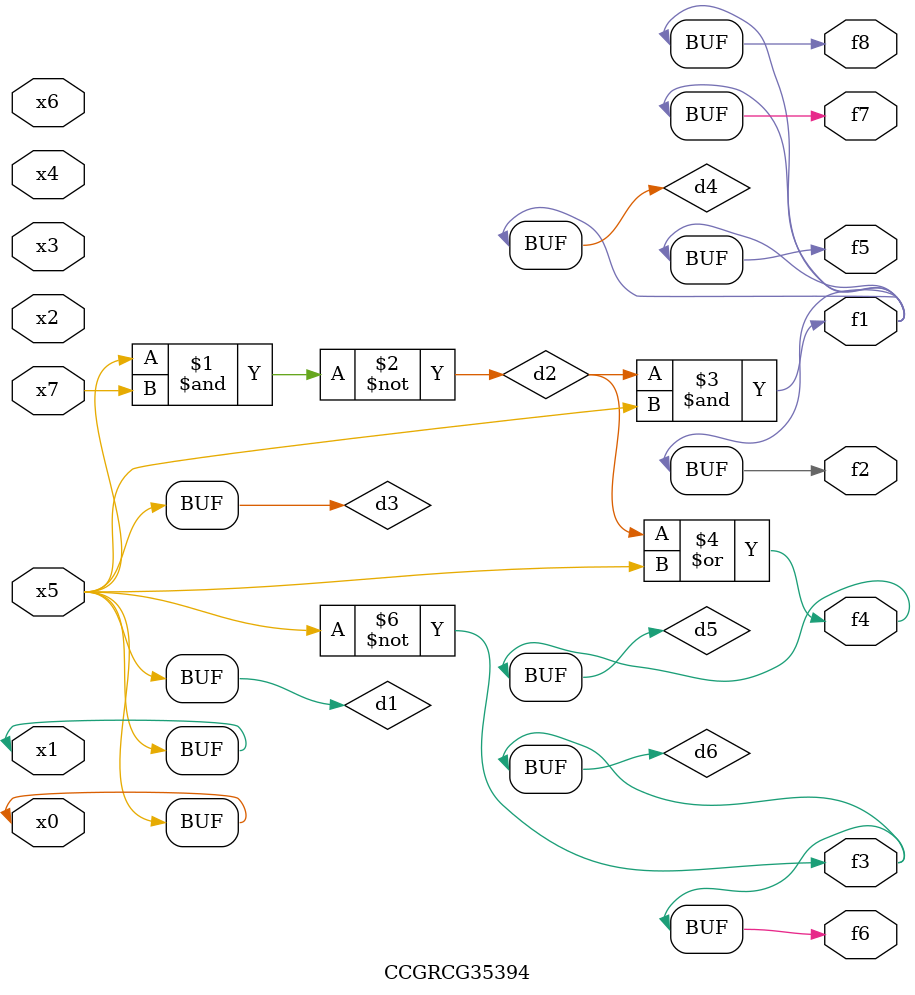
<source format=v>
module CCGRCG35394(
	input x0, x1, x2, x3, x4, x5, x6, x7,
	output f1, f2, f3, f4, f5, f6, f7, f8
);

	wire d1, d2, d3, d4, d5, d6;

	buf (d1, x0, x5);
	nand (d2, x5, x7);
	buf (d3, x0, x1);
	and (d4, d2, d3);
	or (d5, d2, d3);
	nor (d6, d1, d3);
	assign f1 = d4;
	assign f2 = d4;
	assign f3 = d6;
	assign f4 = d5;
	assign f5 = d4;
	assign f6 = d6;
	assign f7 = d4;
	assign f8 = d4;
endmodule

</source>
